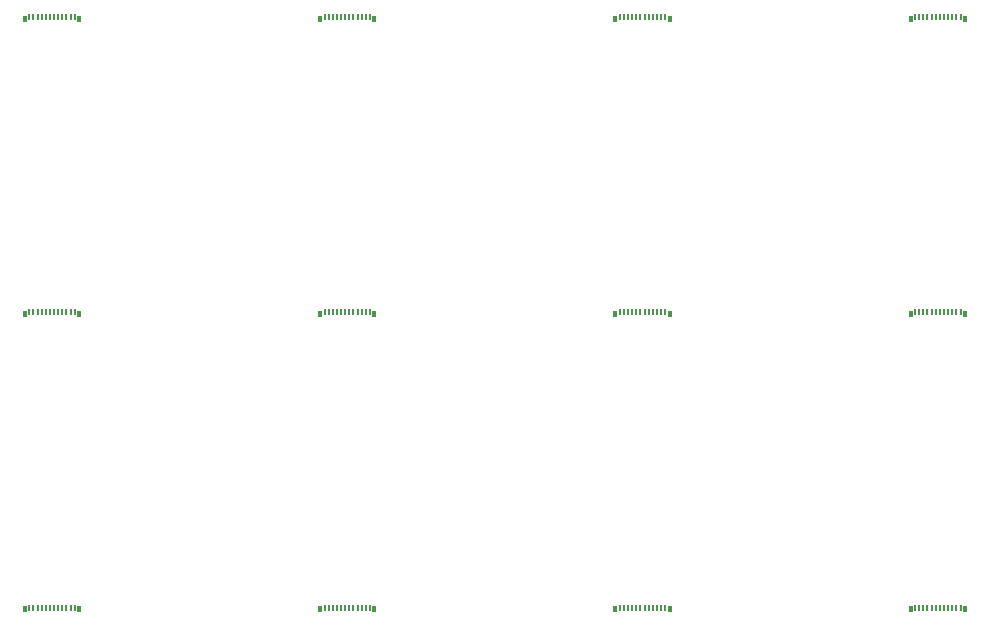
<source format=gbr>
%TF.GenerationSoftware,KiCad,Pcbnew,(6.0.0)*%
%TF.CreationDate,2022-11-29T13:54:36-05:00*%
%TF.ProjectId,pupdrive-eib24_panel,70757064-7269-4766-952d-65696232345f,B*%
%TF.SameCoordinates,Original*%
%TF.FileFunction,Paste,Top*%
%TF.FilePolarity,Positive*%
%FSLAX46Y46*%
G04 Gerber Fmt 4.6, Leading zero omitted, Abs format (unit mm)*
G04 Created by KiCad (PCBNEW (6.0.0)) date 2022-11-29 13:54:36*
%MOMM*%
%LPD*%
G01*
G04 APERTURE LIST*
G04 Aperture macros list*
%AMRoundRect*
0 Rectangle with rounded corners*
0 $1 Rounding radius*
0 $2 $3 $4 $5 $6 $7 $8 $9 X,Y pos of 4 corners*
0 Add a 4 corners polygon primitive as box body*
4,1,4,$2,$3,$4,$5,$6,$7,$8,$9,$2,$3,0*
0 Add four circle primitives for the rounded corners*
1,1,$1+$1,$2,$3*
1,1,$1+$1,$4,$5*
1,1,$1+$1,$6,$7*
1,1,$1+$1,$8,$9*
0 Add four rect primitives between the rounded corners*
20,1,$1+$1,$2,$3,$4,$5,0*
20,1,$1+$1,$4,$5,$6,$7,0*
20,1,$1+$1,$6,$7,$8,$9,0*
20,1,$1+$1,$8,$9,$2,$3,0*%
G04 Aperture macros list end*
%ADD10RoundRect,0.008000X0.072000X0.212000X-0.072000X0.212000X-0.072000X-0.212000X0.072000X-0.212000X0*%
%ADD11RoundRect,0.010500X0.094500X0.229500X-0.094500X0.229500X-0.094500X-0.229500X0.094500X-0.229500X0*%
G04 APERTURE END LIST*
D10*
%TO.C,J1*%
X147633579Y-68082088D03*
X147283579Y-68082088D03*
X146933579Y-68082088D03*
X146583579Y-68082088D03*
X146233579Y-68082088D03*
X145883579Y-68082088D03*
X145533579Y-68082088D03*
X145183579Y-68082088D03*
X144833579Y-68082088D03*
X144483579Y-68082088D03*
X144133579Y-68082088D03*
X143783579Y-68082088D03*
D11*
X148008579Y-68227088D03*
X143408579Y-68227088D03*
%TD*%
D10*
%TO.C,J1*%
X172633579Y-68082088D03*
X172283579Y-68082088D03*
X171933579Y-68082088D03*
X171583579Y-68082088D03*
X171233579Y-68082088D03*
X170883579Y-68082088D03*
X170533579Y-68082088D03*
X170183579Y-68082088D03*
X169833579Y-68082088D03*
X169483579Y-68082088D03*
X169133579Y-68082088D03*
X168783579Y-68082088D03*
D11*
X173008579Y-68227088D03*
X168408579Y-68227088D03*
%TD*%
D10*
%TO.C,J1*%
X122633579Y-68082088D03*
X122283579Y-68082088D03*
X121933579Y-68082088D03*
X121583579Y-68082088D03*
X121233579Y-68082088D03*
X120883579Y-68082088D03*
X120533579Y-68082088D03*
X120183579Y-68082088D03*
X119833579Y-68082088D03*
X119483579Y-68082088D03*
X119133579Y-68082088D03*
X118783579Y-68082088D03*
D11*
X123008579Y-68227088D03*
X118408579Y-68227088D03*
%TD*%
D10*
%TO.C,J1*%
X97633579Y-68082088D03*
X97283579Y-68082088D03*
X96933579Y-68082088D03*
X96583579Y-68082088D03*
X96233579Y-68082088D03*
X95883579Y-68082088D03*
X95533579Y-68082088D03*
X95183579Y-68082088D03*
X94833579Y-68082088D03*
X94483579Y-68082088D03*
X94133579Y-68082088D03*
X93783579Y-68082088D03*
D11*
X98008579Y-68227088D03*
X93408579Y-68227088D03*
%TD*%
D10*
%TO.C,J1*%
X147633579Y-93082088D03*
X147283579Y-93082088D03*
X146933579Y-93082088D03*
X146583579Y-93082088D03*
X146233579Y-93082088D03*
X145883579Y-93082088D03*
X145533579Y-93082088D03*
X145183579Y-93082088D03*
X144833579Y-93082088D03*
X144483579Y-93082088D03*
X144133579Y-93082088D03*
X143783579Y-93082088D03*
D11*
X148008579Y-93227088D03*
X143408579Y-93227088D03*
%TD*%
D10*
%TO.C,J1*%
X172633579Y-93082088D03*
X172283579Y-93082088D03*
X171933579Y-93082088D03*
X171583579Y-93082088D03*
X171233579Y-93082088D03*
X170883579Y-93082088D03*
X170533579Y-93082088D03*
X170183579Y-93082088D03*
X169833579Y-93082088D03*
X169483579Y-93082088D03*
X169133579Y-93082088D03*
X168783579Y-93082088D03*
D11*
X173008579Y-93227088D03*
X168408579Y-93227088D03*
%TD*%
D10*
%TO.C,J1*%
X122633579Y-93082088D03*
X122283579Y-93082088D03*
X121933579Y-93082088D03*
X121583579Y-93082088D03*
X121233579Y-93082088D03*
X120883579Y-93082088D03*
X120533579Y-93082088D03*
X120183579Y-93082088D03*
X119833579Y-93082088D03*
X119483579Y-93082088D03*
X119133579Y-93082088D03*
X118783579Y-93082088D03*
D11*
X123008579Y-93227088D03*
X118408579Y-93227088D03*
%TD*%
D10*
%TO.C,J1*%
X97633579Y-93082088D03*
X97283579Y-93082088D03*
X96933579Y-93082088D03*
X96583579Y-93082088D03*
X96233579Y-93082088D03*
X95883579Y-93082088D03*
X95533579Y-93082088D03*
X95183579Y-93082088D03*
X94833579Y-93082088D03*
X94483579Y-93082088D03*
X94133579Y-93082088D03*
X93783579Y-93082088D03*
D11*
X98008579Y-93227088D03*
X93408579Y-93227088D03*
%TD*%
D10*
%TO.C,J1*%
X122633579Y-118082088D03*
X122283579Y-118082088D03*
X121933579Y-118082088D03*
X121583579Y-118082088D03*
X121233579Y-118082088D03*
X120883579Y-118082088D03*
X120533579Y-118082088D03*
X120183579Y-118082088D03*
X119833579Y-118082088D03*
X119483579Y-118082088D03*
X119133579Y-118082088D03*
X118783579Y-118082088D03*
D11*
X123008579Y-118227088D03*
X118408579Y-118227088D03*
%TD*%
D10*
%TO.C,J1*%
X172633579Y-118082088D03*
X172283579Y-118082088D03*
X171933579Y-118082088D03*
X171583579Y-118082088D03*
X171233579Y-118082088D03*
X170883579Y-118082088D03*
X170533579Y-118082088D03*
X170183579Y-118082088D03*
X169833579Y-118082088D03*
X169483579Y-118082088D03*
X169133579Y-118082088D03*
X168783579Y-118082088D03*
D11*
X173008579Y-118227088D03*
X168408579Y-118227088D03*
%TD*%
D10*
%TO.C,J1*%
X147633579Y-118082088D03*
X147283579Y-118082088D03*
X146933579Y-118082088D03*
X146583579Y-118082088D03*
X146233579Y-118082088D03*
X145883579Y-118082088D03*
X145533579Y-118082088D03*
X145183579Y-118082088D03*
X144833579Y-118082088D03*
X144483579Y-118082088D03*
X144133579Y-118082088D03*
X143783579Y-118082088D03*
D11*
X148008579Y-118227088D03*
X143408579Y-118227088D03*
%TD*%
D10*
%TO.C,J1*%
X97633579Y-118082088D03*
X97283579Y-118082088D03*
X96933579Y-118082088D03*
X96583579Y-118082088D03*
X96233579Y-118082088D03*
X95883579Y-118082088D03*
X95533579Y-118082088D03*
X95183579Y-118082088D03*
X94833579Y-118082088D03*
X94483579Y-118082088D03*
X94133579Y-118082088D03*
X93783579Y-118082088D03*
D11*
X98008579Y-118227088D03*
X93408579Y-118227088D03*
%TD*%
M02*

</source>
